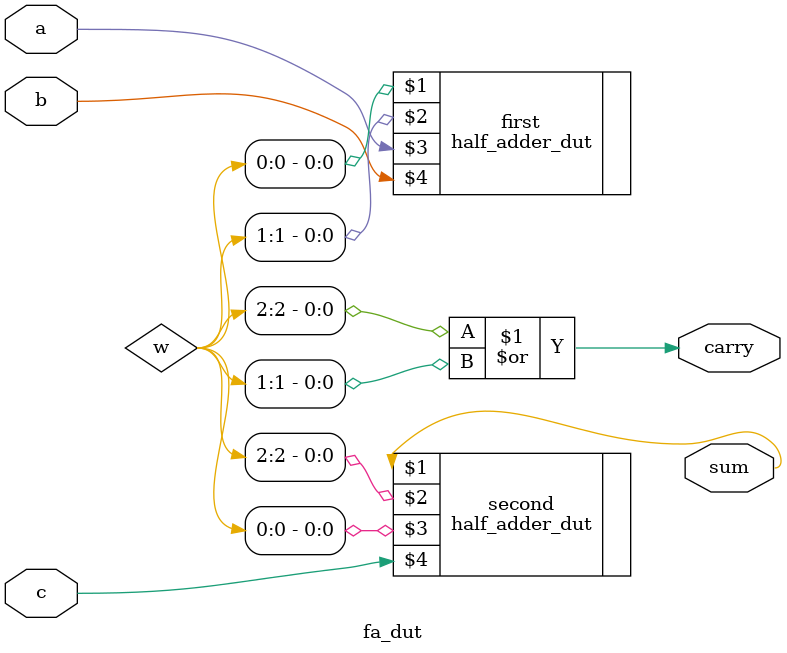
<source format=v>
module fa_dut (
    output sum,carry, input a,b,c
);
    // input a,b,c;
    wire [2:0]w;
    // output sum,carry;

  half_adder_dut first(w[0],w[1],a,b); //   half_adder_dut first(w[0],w[1],i[1:0]);
  half_adder_dut second(sum,w[2],w[0],c);
  or(carry,w[2],w[1]);
endmodule

</source>
